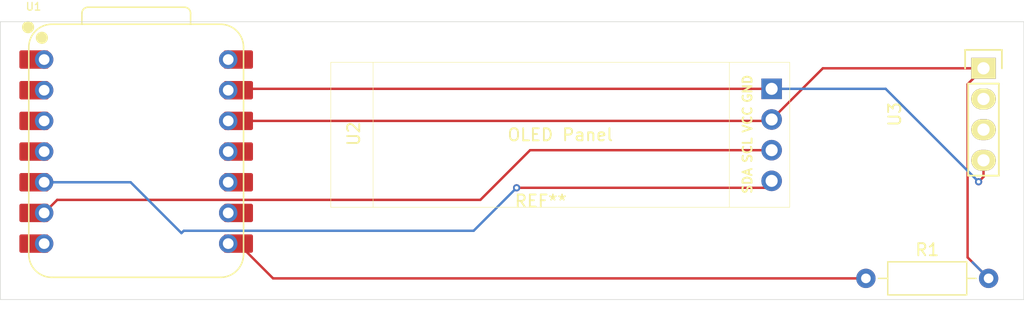
<source format=kicad_pcb>
(kicad_pcb (version 20241229) (generator "pcbnew") (generator_version "9.0")
  (layers (0 "F.Cu" signal) (2 "B.Cu" signal) (13 "F.Paste" user) (15 "B.Paste" user) (5 "F.SilkS" user "F.Silkscreen") (7 "B.SilkS" user "B.Silkscreen") (1 "F.Mask" user) (3 "B.Mask" user) (25 "Edge.Cuts" user))
  (net 0 "")
  (net 1 "Net-(U1-GPIO1{slash}RX)")
  (net 2 "Net-(U1-3V3)")
  (net 12 "Net-(U1-GPIO7{slash}SCL)")
  (net 15 "Net-(U1-GPIO6{slash}SDA)")
  (net 20 "Net-(U1-GND)")
  (footprint "MountingHole:MountingHole_2.2mm_M2" (layer "F.Cu") (at 185.5 88)
    (property "Reference" "REF**" (at 0 -3.15 0) (layer "F.SilkS"))
    (property "Value" "MountingHole_2.2mm_M2")
    (pad "" np_thru_hole circle (at 0 0) (size 2.2 2.2) (drill 2.2) (layers "*.Cu" "*.Mask"))
  )
  (footprint "Sensors:DHT22_Temperature_Humidity" (layer "F.Cu") (at 222.157574 77.665555 -90)
    (property "Reference" "U3" (at 0 7.35 90) (layer "F.SilkS"))
    (property "Value" "~")
    (fp_line (start -5.334 1.524) (end -3.81 1.524) (stroke (width 0.15)) (layer "F.SilkS"))
    (fp_line (start -2.54 1.27) (end -2.54 -1.27) (stroke (width 0.15)) (layer "F.SilkS"))
    (fp_line (start 5.08 1.27) (end -2.54 1.27) (stroke (width 0.15)) (layer "F.SilkS"))
    (fp_line (start -2.54 -1.27) (end 5.08 -1.27) (stroke (width 0.15)) (layer "F.SilkS"))
    (fp_line (start 5.08 -1.27) (end 5.08 1.27) (stroke (width 0.15)) (layer "F.SilkS"))
    (fp_line (start -5.334 -1.524) (end -5.334 1.524) (stroke (width 0.15)) (layer "F.SilkS"))
    (fp_line (start -3.81 -1.524) (end -5.334 -1.524) (stroke (width 0.15)) (layer "F.SilkS"))
    (pad "1" thru_hole rect (at -3.81 0) (size 2.032 1.7272) (drill 1.016) (layers "*.Cu" "*.Mask" "F.SilkS") (net 2 "Net-(U1-3V3)"))
    (pad "2" thru_hole oval (at -1.27 0) (size 2.032 1.7272) (drill 1.016) (layers "*.Cu" "*.Mask" "F.SilkS"))
    (pad "3" thru_hole oval (at 1.27 0) (size 2.032 1.7272) (drill 1.016) (layers "*.Cu" "*.Mask" "F.SilkS"))
    (pad "4" thru_hole oval (at 3.81 0) (size 2.032 1.7272) (drill 1.016) (layers "*.Cu" "*.Mask" "F.SilkS") (net 20 "Net-(U1-GND)"))
  )
  (footprint "KiCad-SSD1306-0.91-OLED-4pin-128x32:SSD1306-0.91-OLED-4pin-128x32" (layer "F.Cu") (at 168.115 73.365)
    (property "Reference" "U2" (at 1.9 5.91 90) (layer "F.SilkS"))
    (property "Value" "~")
    (fp_line (start 0 0) (end 0 12) (stroke (width 0.04)) (layer "F.SilkS"))
    (fp_line (start 0 12) (end 38 12) (stroke (width 0.04)) (layer "F.SilkS"))
    (fp_line (start 3.5 0) (end 3.5 12) (stroke (width 0.04)) (layer "F.SilkS"))
    (fp_line (start 33 0) (end 33 12) (stroke (width 0.04)) (layer "F.SilkS"))
    (fp_line (start 38 0) (end 0 0) (stroke (width 0.04)) (layer "F.SilkS"))
    (fp_line (start 38 12) (end 38 0) (stroke (width 0.04)) (layer "F.SilkS"))
    (fp_text user "OLED Panel" (at 19 6 0) (layer "F.SilkS"))
    (fp_text user "SCL" (at 34.5 7.27 270) (layer "F.SilkS") (effects (font (size 0.75 0.75))))
    (fp_text user "SDA" (at 34.5 9.81 270) (layer "F.SilkS") (effects (font (size 0.75 0.75))))
    (fp_text user "VCC" (at 34.5 4.73 270) (layer "F.SilkS") (effects (font (size 0.75 0.75))))
    (fp_text user "GND" (at 34.5 2.19 270) (layer "F.SilkS") (effects (font (size 0.75 0.75))))
    (pad "1" thru_hole rect (at 36.5 2.19) (size 1.7 1.7) (drill 1) (layers "*.Cu" "*.Mask") (net 20 "Net-(U1-GND)"))
    (pad "2" thru_hole oval (at 36.5 4.73) (size 1.7 1.7) (drill 1) (layers "*.Cu" "*.Mask") (net 2 "Net-(U1-3V3)"))
    (pad "3" thru_hole oval (at 36.5 7.27) (size 1.7 1.7) (drill 1) (layers "*.Cu" "*.Mask") (net 12 "Net-(U1-GPIO7{slash}SCL)"))
    (pad "4" thru_hole oval (at 36.5 9.81) (size 1.7 1.7) (drill 1) (layers "*.Cu" "*.Mask") (net 15 "Net-(U1-GPIO6{slash}SDA)"))
  )
  (footprint "Seeed Studio XIAO Series Library:XIAO-RP2040-DIP" (layer "F.Cu") (at 152 80.75)
    (property "Reference" "U1" (at -8.5 -12 0) (layer "F.SilkS") (effects (font (size 0.635 0.635) (thickness 0.1016))))
    (property "Value" "XIAO-RP2040-DIP")
    (fp_line (start -8.89 8.509) (end -8.89 -8.636) (stroke (width 0.127)) (layer "F.SilkS"))
    (fp_line (start -6.985 10.414) (end 6.985 10.414) (stroke (width 0.127)) (layer "F.SilkS"))
    (fp_line (start -4.495 -10.541) (end -4.491272 -11.451272) (stroke (width 0.127)) (layer "F.SilkS"))
    (fp_line (start -3.991272 -11.951) (end 4.004 -11.951) (stroke (width 0.127)) (layer "F.SilkS"))
    (fp_line (start 4.504 -11.451) (end 4.504 -10.541) (stroke (width 0.127)) (layer "F.SilkS"))
    (fp_line (start 6.985 -10.541) (end -6.985 -10.541) (stroke (width 0.1)) (layer "F.SilkS"))
    (fp_line (start 6.985 -10.541) (end -6.985 -10.541) (stroke (width 0.127)) (layer "F.SilkS"))
    (fp_line (start 8.89 8.509) (end 8.89 -8.636) (stroke (width 0.127)) (layer "F.SilkS"))
    (fp_arc (start -8.89 -8.636) (mid -8.332038 -9.983038) (end -6.985 -10.541) (stroke (width 0.127)) (layer "F.SilkS"))
    (fp_arc (start -6.985 10.414) (mid -8.332038 9.856038) (end -8.89 8.509) (stroke (width 0.127)) (layer "F.SilkS"))
    (fp_arc (start -4.491272 -11.451272) (mid -4.344728 -11.80464) (end -3.991272 -11.951) (stroke (width 0.127)) (layer "F.SilkS"))
    (fp_arc (start 4.004 -11.951) (mid 4.357553 -11.804553) (end 4.504 -11.451) (stroke (width 0.127)) (layer "F.SilkS"))
    (fp_arc (start 6.985 -10.541) (mid 8.332038 -9.983038) (end 8.89 -8.636) (stroke (width 0.127)) (layer "F.SilkS"))
    (fp_arc (start 8.89 8.509) (mid 8.332038 9.856038) (end 6.985 10.414) (stroke (width 0.127)) (layer "F.SilkS"))
    (fp_circle (center -8.95 -10.3) (end -8.95 -10.554) (stroke (width 0.5)) (fill yes) (layer "F.SilkS"))
    (fp_circle (center -7.807 -9.42) (end -7.807 -9.674) (stroke (width 0.5)) (fill yes) (layer "F.SilkS"))
    (pad "1" smd roundrect (at -8.455 -7.62 180) (size 2.432 1.524) (layers "F.Cu" "F.Mask") (roundrect_rratio 0.1))
    (pad "1" thru_hole circle (at -7.62 -7.62 180) (size 1.524 1.524) (drill 0.889) (layers "*.Cu" "*.Mask"))
    (pad "2" smd roundrect (at -8.455 -5.08 180) (size 2.432 1.524) (layers "F.Cu" "F.Mask") (roundrect_rratio 0.1))
    (pad "2" thru_hole circle (at -7.62 -5.08 180) (size 1.524 1.524) (drill 0.889) (layers "*.Cu" "*.Mask"))
    (pad "3" smd roundrect (at -8.455 -2.54 180) (size 2.432 1.524) (layers "F.Cu" "F.Mask") (roundrect_rratio 0.1))
    (pad "3" thru_hole circle (at -7.62 -2.54 180) (size 1.524 1.524) (drill 0.889) (layers "*.Cu" "*.Mask"))
    (pad "4" smd roundrect (at -8.455 0 180) (size 2.432 1.524) (layers "F.Cu" "F.Mask") (roundrect_rratio 0.1))
    (pad "4" thru_hole circle (at -7.62 0 180) (size 1.524 1.524) (drill 0.889) (layers "*.Cu" "*.Mask"))
    (pad "5" smd roundrect (at -8.455 2.54 180) (size 2.432 1.524) (layers "F.Cu" "F.Mask") (roundrect_rratio 0.1) (net 15 "Net-(U1-GPIO6{slash}SDA)"))
    (pad "5" thru_hole circle (at -7.62 2.54 180) (size 1.524 1.524) (drill 0.889) (layers "*.Cu" "*.Mask") (net 15 "Net-(U1-GPIO6{slash}SDA)"))
    (pad "6" smd roundrect (at -8.455 5.08 180) (size 2.432 1.524) (layers "F.Cu" "F.Mask") (roundrect_rratio 0.1) (net 12 "Net-(U1-GPIO7{slash}SCL)"))
    (pad "6" thru_hole circle (at -7.62 5.08 180) (size 1.524 1.524) (drill 0.889) (layers "*.Cu" "*.Mask") (net 12 "Net-(U1-GPIO7{slash}SCL)"))
    (pad "7" smd roundrect (at -8.455 7.62 180) (size 2.432 1.524) (layers "F.Cu" "F.Mask") (roundrect_rratio 0.1))
    (pad "7" thru_hole circle (at -7.62 7.62 180) (size 1.524 1.524) (drill 0.889) (layers "*.Cu" "*.Mask"))
    (pad "8" thru_hole circle (at 7.62 7.62) (size 1.524 1.524) (drill 0.889) (layers "*.Cu" "*.Mask") (net 1 "Net-(U1-GPIO1{slash}RX)"))
    (pad "8" smd roundrect (at 8.455 7.62) (size 2.432 1.524) (layers "F.Cu" "F.Mask") (roundrect_rratio 0.1) (net 1 "Net-(U1-GPIO1{slash}RX)"))
    (pad "9" thru_hole circle (at 7.62 5.08) (size 1.524 1.524) (drill 0.889) (layers "*.Cu" "*.Mask"))
    (pad "9" smd roundrect (at 8.455 5.08) (size 2.432 1.524) (layers "F.Cu" "F.Mask") (roundrect_rratio 0.1))
    (pad "10" thru_hole circle (at 7.62 2.54) (size 1.524 1.524) (drill 0.889) (layers "*.Cu" "*.Mask"))
    (pad "10" smd roundrect (at 8.455 2.54) (size 2.432 1.524) (layers "F.Cu" "F.Mask") (roundrect_rratio 0.1))
    (pad "11" thru_hole circle (at 7.62 0) (size 1.524 1.524) (drill 0.889) (layers "*.Cu" "*.Mask"))
    (pad "11" smd roundrect (at 8.455 0) (size 2.432 1.524) (layers "F.Cu" "F.Mask") (roundrect_rratio 0.1))
    (pad "12" thru_hole circle (at 7.62 -2.54) (size 1.524 1.524) (drill 0.889) (layers "*.Cu" "*.Mask") (net 2 "Net-(U1-3V3)"))
    (pad "12" smd roundrect (at 8.455 -2.54) (size 2.432 1.524) (layers "F.Cu" "F.Mask") (roundrect_rratio 0.1) (net 2 "Net-(U1-3V3)"))
    (pad "13" thru_hole circle (at 7.62 -5.08) (size 1.524 1.524) (drill 0.889) (layers "*.Cu" "*.Mask") (net 20 "Net-(U1-GND)"))
    (pad "13" smd roundrect (at 8.455 -5.08) (size 2.432 1.524) (layers "F.Cu" "F.Mask") (roundrect_rratio 0.1) (net 20 "Net-(U1-GND)"))
    (pad "14" thru_hole circle (at 7.62 -7.62) (size 1.524 1.524) (drill 0.889) (layers "*.Cu" "*.Mask"))
    (pad "14" smd roundrect (at 8.455 -7.62) (size 2.432 1.524) (layers "F.Cu" "F.Mask") (roundrect_rratio 0.1))
  )
  (footprint "Resistor_THT:R_Axial_DIN0207_L6.3mm_D2.5mm_P10.16mm_Horizontal" (layer "F.Cu") (at 212.42 91.25)
    (property "Reference" "R1" (at 5.08 -2.37 0) (layer "F.SilkS"))
    (property "Value" "4.7k")
    (fp_line (start 1.04 0) (end 1.81 0) (stroke (width 0.12)) (layer "F.SilkS"))
    (fp_line (start 9.12 0) (end 8.35 0) (stroke (width 0.12)) (layer "F.SilkS"))
    (fp_rect (start 1.81 -1.37) (end 8.35 1.37) (stroke (width 0.12)) (fill no) (layer "F.SilkS"))
    (pad "1" thru_hole circle (at 0 0) (size 1.6 1.6) (drill 0.8) (layers "*.Cu" "*.Mask") (net 1 "Net-(U1-GPIO1{slash}RX)"))
    (pad "2" thru_hole circle (at 10.16 0) (size 1.6 1.6) (drill 0.8) (layers "*.Cu" "*.Mask") (net 2 "Net-(U1-3V3)"))
  )
  (gr_rect (start 140.75 70) (end 225.5 93) (stroke (width 0.05)) (fill no) (layer "Edge.Cuts"))
  (segment (start 163.335 91.25) (end 160.455 88.37) (width 0.2) (layer "F.Cu") (net 1))
  (segment (start 212.42 91.25) (end 163.335 91.25) (width 0.2) (layer "F.Cu") (net 1))
  (segment (start 222.157574 73.855555) (end 220.840574 75.172555) (width 0.2) (layer "F.Cu") (net 2))
  (segment (start 208.854445 73.855555) (end 204.615 78.095) (width 0.2) (layer "F.Cu") (net 2))
  (segment (start 220.840574 75.172555) (end 220.840574 89.510574) (width 0.2) (layer "F.Cu") (net 2))
  (segment (start 220.840574 89.510574) (end 222.58 91.25) (width 0.2) (layer "F.Cu") (net 2))
  (segment (start 159.62 78.21) (end 204.5 78.21) (width 0.2) (layer "F.Cu") (net 2))
  (segment (start 222.157574 73.855555) (end 208.854445 73.855555) (width 0.2) (layer "F.Cu") (net 2))
  (segment (start 204.5 78.21) (end 204.615 78.095) (width 0.2) (layer "F.Cu") (net 2))
  (segment (start 221.25 89.92) (end 222.58 91.25) (width 0.2) (layer "B.Cu") (net 2))
  (segment (start 180.5 84.75) (end 184.615 80.635) (width 0.2) (layer "F.Cu") (net 12))
  (segment (start 145.46 84.75) (end 180.5 84.75) (width 0.2) (layer "F.Cu") (net 12))
  (segment (start 184.615 80.635) (end 204.615 80.635) (width 0.2) (layer "F.Cu") (net 12))
  (segment (start 144.38 85.83) (end 145.46 84.75) (width 0.2) (layer "F.Cu") (net 12))
  (segment (start 204.04 83.75) (end 183.5 83.75) (width 0.2) (layer "F.Cu") (net 15))
  (segment (start 204.615 83.175) (end 204.04 83.75) (width 0.2) (layer "F.Cu") (net 15))
  (via (at 183.5 83.75) (size 0.6) (drill 0.3) (layers "F.Cu" "B.Cu") (net 15))
  (segment (start 155.75 87.5) (end 151.54 83.29) (width 0.2) (layer "B.Cu") (net 15))
  (segment (start 151.54 83.29) (end 144.38 83.29) (width 0.2) (layer "B.Cu") (net 15))
  (segment (start 183.5 83.75) (end 179.943 87.307) (width 0.2) (layer "B.Cu") (net 15))
  (segment (start 179.943 87.307) (end 155.943 87.307) (width 0.2) (layer "B.Cu") (net 15))
  (segment (start 155.943 87.307) (end 155.75 87.5) (width 0.2) (layer "B.Cu") (net 15))
  (segment (start 204.615 75.555) (end 159.735 75.555) (width 0.2) (layer "F.Cu") (net 20))
  (segment (start 222.157574 81.475555) (end 222.157574 82.842426) (width 0.2) (layer "F.Cu") (net 20))
  (segment (start 222.157574 82.842426) (end 221.75 83.25) (width 0.2) (layer "F.Cu") (net 20))
  (segment (start 159.735 75.555) (end 159.62 75.67) (width 0.2) (layer "F.Cu") (net 20))
  (via (at 221.75 83.25) (size 0.6) (drill 0.3) (layers "F.Cu" "B.Cu") (net 20))
  (segment (start 221.75 83.25) (end 214.055 75.555) (width 0.2) (layer "B.Cu") (net 20))
  (segment (start 214.055 75.555) (end 204.615 75.555) (width 0.2) (layer "B.Cu") (net 20))
)
</source>
